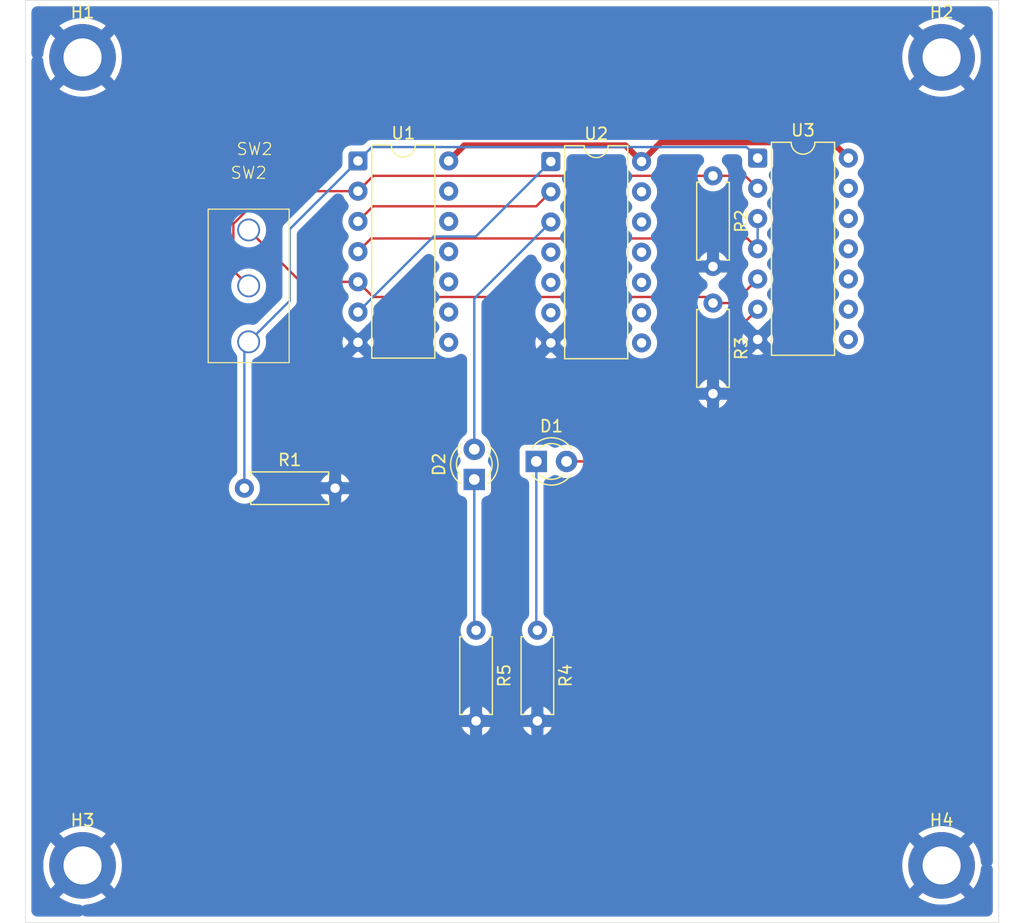
<source format=kicad_pcb>
(kicad_pcb (version 20241229) (generator "pcbnew") (generator_version "9.0")
  (layers (0 "F.Cu" signal) (2 "B.Cu" signal) (13 "F.Paste" user) (15 "B.Paste" user) (5 "F.SilkS" user "F.Silkscreen") (7 "B.SilkS" user "B.Silkscreen") (1 "F.Mask" user) (3 "B.Mask" user) (25 "Edge.Cuts" user))
  (net 0 "")
  (net 1 "Net-(D1-A)")
  (net 2 "Net-(D1-K)")
  (net 3 "Net-(D2-K)")
  (net 4 "Net-(D2-A)")
  (net 5 "GND")
  (net 6 "VCC")
  (net 7 "Net-(SW2-2)")
  (net 8 "Net-(R3-Pad1)")
  (net 13 "Net-(U1-Pad3)")
  (net 14 "Net-(U1-Pad6)")
  (net 15 "Net-(U1-Pad4)")
  (net 17 "+5V")
  (footprint "Package_DIP:DIP-14_W7.62mm" (layer "F.Cu") (at 158.38 81.3)
    (property "Reference" "U2" (at 3.81 -2.33 0) (layer "F.SilkS"))
    (property "Value" "74LS32")
    (fp_line (start 1.16 -1.33) (end 1.16 16.57) (stroke (width 0.12)) (layer "F.SilkS"))
    (fp_line (start 1.16 16.57) (end 6.46 16.57) (stroke (width 0.12)) (layer "F.SilkS"))
    (fp_line (start 2.81 -1.33) (end 1.16 -1.33) (stroke (width 0.12)) (layer "F.SilkS"))
    (fp_line (start 6.46 -1.33) (end 4.81 -1.33) (stroke (width 0.12)) (layer "F.SilkS"))
    (fp_line (start 6.46 16.57) (end 6.46 -1.33) (stroke (width 0.12)) (layer "F.SilkS"))
    (fp_arc (start 4.81 -1.33) (mid 3.81 -0.33) (end 2.81 -1.33) (stroke (width 0.12)) (layer "F.SilkS"))
    (pad "1" thru_hole roundrect (at 0 0) (size 1.6 1.6) (drill 0.8) (layers "*.Cu" "*.Mask") (roundrect_rratio 0.15625) (net 14 "Net-(U1-Pad6)"))
    (pad "2" thru_hole circle (at 0 2.54) (size 1.6 1.6) (drill 0.8) (layers "*.Cu" "*.Mask") (net 13 "Net-(U1-Pad3)"))
    (pad "3" thru_hole circle (at 0 5.08) (size 1.6 1.6) (drill 0.8) (layers "*.Cu" "*.Mask") (net 4 "Net-(D2-A)"))
    (pad "4" thru_hole circle (at 0 7.62) (size 1.6 1.6) (drill 0.8) (layers "*.Cu" "*.Mask"))
    (pad "5" thru_hole circle (at 0 10.16) (size 1.6 1.6) (drill 0.8) (layers "*.Cu" "*.Mask"))
    (pad "6" thru_hole circle (at 0 12.7) (size 1.6 1.6) (drill 0.8) (layers "*.Cu" "*.Mask"))
    (pad "7" thru_hole circle (at 0 15.24) (size 1.6 1.6) (drill 0.8) (layers "*.Cu" "*.Mask") (net 5 "GND"))
    (pad "8" thru_hole circle (at 7.62 15.24) (size 1.6 1.6) (drill 0.8) (layers "*.Cu" "*.Mask"))
    (pad "9" thru_hole circle (at 7.62 12.7) (size 1.6 1.6) (drill 0.8) (layers "*.Cu" "*.Mask"))
    (pad "10" thru_hole circle (at 7.62 10.16) (size 1.6 1.6) (drill 0.8) (layers "*.Cu" "*.Mask"))
    (pad "11" thru_hole circle (at 7.62 7.62) (size 1.6 1.6) (drill 0.8) (layers "*.Cu" "*.Mask"))
    (pad "12" thru_hole circle (at 7.62 5.08) (size 1.6 1.6) (drill 0.8) (layers "*.Cu" "*.Mask"))
    (pad "13" thru_hole circle (at 7.62 2.54) (size 1.6 1.6) (drill 0.8) (layers "*.Cu" "*.Mask"))
    (pad "14" thru_hole circle (at 7.62 0) (size 1.6 1.6) (drill 0.8) (layers "*.Cu" "*.Mask") (net 17 "+5V"))
  )
  (footprint "Resistor_THT:R_Axial_DIN0207_L6.3mm_D2.5mm_P7.62mm_Horizontal" (layer "F.Cu") (at 157.25 120.69 -90)
    (property "Reference" "R4" (at 3.81 -2.37 90) (layer "F.SilkS"))
    (property "Value" "100")
    (fp_line (start 0.54 1.37) (end 7.08 1.37) (stroke (width 0.12)) (layer "F.SilkS"))
    (fp_line (start 7.08 1.37) (end 7.08 1.04) (stroke (width 0.12)) (layer "F.SilkS"))
    (fp_line (start 0.54 1.04) (end 0.54 1.37) (stroke (width 0.12)) (layer "F.SilkS"))
    (fp_line (start 0.54 -1.04) (end 0.54 -1.37) (stroke (width 0.12)) (layer "F.SilkS"))
    (fp_line (start 0.54 -1.37) (end 7.08 -1.37) (stroke (width 0.12)) (layer "F.SilkS"))
    (fp_line (start 7.08 -1.37) (end 7.08 -1.04) (stroke (width 0.12)) (layer "F.SilkS"))
    (pad "1" thru_hole circle (at 0 0 270) (size 1.6 1.6) (drill 0.8) (layers "*.Cu" "*.Mask") (net 2 "Net-(D1-K)"))
    (pad "2" thru_hole oval (at 7.62 0 270) (size 1.6 1.6) (drill 0.8) (layers "*.Cu" "*.Mask") (net 5 "GND"))
  )
  (footprint "MyLibrary:MSG12ANG03" (layer "F.Cu") (at 133 87.05)
    (property "Reference" "SW2" (at 0.5 -6.8 0) (layer "F.SilkS") (effects (font (thickness 0.1))))
    (property "Value" "~")
    (fp_line (start -3.4 -1.75) (end -3.3 -1.75) (stroke (width 0.1)) (layer "F.SilkS"))
    (fp_line (start -3.4 -1.65) (end -3.4 -1.75) (stroke (width 0.1)) (layer "F.SilkS"))
    (fp_line (start -3.4 4.7) (end -3.4 -1.65) (stroke (width 0.1)) (layer "F.SilkS"))
    (fp_line (start -3.4 4.7) (end -3.4 11.05) (stroke (width 0.1)) (layer "F.SilkS"))
    (fp_line (start -3.4 11.05) (end -3.4 11.15) (stroke (width 0.1)) (layer "F.SilkS"))
    (fp_line (start -3.4 11.15) (end 3.4 11.15) (stroke (width 0.1)) (layer "F.SilkS"))
    (fp_line (start 3.3 -1.75) (end -3.3 -1.75) (stroke (width 0.1)) (layer "F.SilkS"))
    (fp_line (start 3.3 -1.75) (end 3.4 -1.75) (stroke (width 0.1)) (layer "F.SilkS"))
    (fp_line (start 3.4 -1.65) (end 3.4 -1.75) (stroke (width 0.1)) (layer "F.SilkS"))
    (fp_line (start 3.4 -1.65) (end 3.4 4.7) (stroke (width 0.1)) (layer "F.SilkS"))
    (fp_line (start 3.4 4.7) (end 3.4 11.05) (stroke (width 0.1)) (layer "F.SilkS"))
    (fp_line (start 3.4 11.15) (end 3.4 11.05) (stroke (width 0.1)) (layer "F.SilkS"))
    (fp_text user "${REFERENCE}" (at 0 -4.8 0) (layer "F.SilkS") (effects (font (thickness 0.1))))
    (pad "1" thru_hole circle (at 0 9.4) (size 1.92 1.92) (drill 1.62) (layers "*.Cu" "*.Mask") (net 6 "VCC"))
    (pad "2" thru_hole circle (at 0 4.7) (size 1.92 1.92) (drill 1.62) (layers "*.Cu" "*.Mask") (net 7 "Net-(SW2-2)"))
    (pad "3" thru_hole circle (at 0 0) (size 1.92 1.92) (drill 1.62) (layers "*.Cu" "*.Mask") (net 8 "Net-(R3-Pad1)"))
  )
  (footprint "MountingHole:MountingHole_3.2mm_M3_DIN965_Pad" (layer "F.Cu") (at 191.2 72.55)
    (property "Reference" "H2" (at 0 -3.8 0) (layer "F.SilkS"))
    (property "Value" "MountingHole_Pad")
    (pad "1" thru_hole circle (at 0 0) (size 5.6 5.6) (drill 3.2) (layers "*.Cu" "*.Mask") (net 5 "GND"))
  )
  (footprint "LED_THT:LED_D3.0mm" (layer "F.Cu") (at 151.95 108.02 90)
    (property "Reference" "D2" (at 1.27 -2.96 90) (layer "F.SilkS"))
    (property "Value" "LED")
    (fp_line (start -0.29 -1.236) (end -0.29 -1.08) (stroke (width 0.12)) (layer "F.SilkS"))
    (fp_line (start -0.29 1.08) (end -0.29 1.236) (stroke (width 0.12)) (layer "F.SilkS"))
    (fp_arc (start -0.29 -1.235516) (mid 1.365624 -1.987701) (end 2.941397 -1.080061) (stroke (width 0.12)) (layer "F.SilkS"))
    (fp_arc (start 0.229039 -1.08) (mid 1.269964 -1.5) (end 2.31091 -1.080049) (stroke (width 0.12)) (layer "F.SilkS"))
    (fp_arc (start 2.31091 1.080049) (mid 1.269964 1.5) (end 0.229039 1.08) (stroke (width 0.12)) (layer "F.SilkS"))
    (fp_arc (start 2.941397 1.080061) (mid 1.365624 1.987701) (end -0.29 1.235516) (stroke (width 0.12)) (layer "F.SilkS"))
    (pad "1" thru_hole rect (at 0 0 90) (size 1.8 1.8) (drill 0.9) (layers "*.Cu" "*.Mask") (net 3 "Net-(D2-K)"))
    (pad "2" thru_hole circle (at 2.54 0 90) (size 1.8 1.8) (drill 0.9) (layers "*.Cu" "*.Mask") (net 4 "Net-(D2-A)"))
  )
  (footprint "Package_DIP:DIP-14_W7.62mm" (layer "F.Cu") (at 175.75 81.01)
    (property "Reference" "U3" (at 3.81 -2.33 0) (layer "F.SilkS"))
    (property "Value" "74LS86")
    (fp_line (start 1.16 -1.33) (end 1.16 16.57) (stroke (width 0.12)) (layer "F.SilkS"))
    (fp_line (start 1.16 16.57) (end 6.46 16.57) (stroke (width 0.12)) (layer "F.SilkS"))
    (fp_line (start 2.81 -1.33) (end 1.16 -1.33) (stroke (width 0.12)) (layer "F.SilkS"))
    (fp_line (start 6.46 -1.33) (end 4.81 -1.33) (stroke (width 0.12)) (layer "F.SilkS"))
    (fp_line (start 6.46 16.57) (end 6.46 -1.33) (stroke (width 0.12)) (layer "F.SilkS"))
    (fp_arc (start 4.81 -1.33) (mid 3.81 -0.33) (end 2.81 -1.33) (stroke (width 0.12)) (layer "F.SilkS"))
    (pad "1" thru_hole roundrect (at 0 0) (size 1.6 1.6) (drill 0.8) (layers "*.Cu" "*.Mask") (roundrect_rratio 0.15625) (net 6 "VCC"))
    (pad "2" thru_hole circle (at 0 2.54) (size 1.6 1.6) (drill 0.8) (layers "*.Cu" "*.Mask") (net 7 "Net-(SW2-2)"))
    (pad "3" thru_hole circle (at 0 5.08) (size 1.6 1.6) (drill 0.8) (layers "*.Cu" "*.Mask") (net 15 "Net-(U1-Pad4)"))
    (pad "4" thru_hole circle (at 0 7.62) (size 1.6 1.6) (drill 0.8) (layers "*.Cu" "*.Mask") (net 15 "Net-(U1-Pad4)"))
    (pad "5" thru_hole circle (at 0 10.16) (size 1.6 1.6) (drill 0.8) (layers "*.Cu" "*.Mask") (net 8 "Net-(R3-Pad1)"))
    (pad "6" thru_hole circle (at 0 12.7) (size 1.6 1.6) (drill 0.8) (layers "*.Cu" "*.Mask") (net 1 "Net-(D1-A)"))
    (pad "7" thru_hole circle (at 0 15.24) (size 1.6 1.6) (drill 0.8) (layers "*.Cu" "*.Mask") (net 5 "GND"))
    (pad "8" thru_hole circle (at 7.62 15.24) (size 1.6 1.6) (drill 0.8) (layers "*.Cu" "*.Mask"))
    (pad "9" thru_hole circle (at 7.62 12.7) (size 1.6 1.6) (drill 0.8) (layers "*.Cu" "*.Mask"))
    (pad "10" thru_hole circle (at 7.62 10.16) (size 1.6 1.6) (drill 0.8) (layers "*.Cu" "*.Mask"))
    (pad "11" thru_hole circle (at 7.62 7.62) (size 1.6 1.6) (drill 0.8) (layers "*.Cu" "*.Mask"))
    (pad "12" thru_hole circle (at 7.62 5.08) (size 1.6 1.6) (drill 0.8) (layers "*.Cu" "*.Mask"))
    (pad "13" thru_hole circle (at 7.62 2.54) (size 1.6 1.6) (drill 0.8) (layers "*.Cu" "*.Mask"))
    (pad "14" thru_hole circle (at 7.62 0) (size 1.6 1.6) (drill 0.8) (layers "*.Cu" "*.Mask") (net 17 "+5V"))
  )
  (footprint "Resistor_THT:R_Axial_DIN0207_L6.3mm_D2.5mm_P7.62mm_Horizontal" (layer "F.Cu") (at 172 93.19 -90)
    (property "Reference" "R3" (at 3.81 -2.37 90) (layer "F.SilkS"))
    (property "Value" "100")
    (fp_line (start 0.54 1.37) (end 7.08 1.37) (stroke (width 0.12)) (layer "F.SilkS"))
    (fp_line (start 7.08 1.37) (end 7.08 1.04) (stroke (width 0.12)) (layer "F.SilkS"))
    (fp_line (start 0.54 1.04) (end 0.54 1.37) (stroke (width 0.12)) (layer "F.SilkS"))
    (fp_line (start 0.54 -1.04) (end 0.54 -1.37) (stroke (width 0.12)) (layer "F.SilkS"))
    (fp_line (start 0.54 -1.37) (end 7.08 -1.37) (stroke (width 0.12)) (layer "F.SilkS"))
    (fp_line (start 7.08 -1.37) (end 7.08 -1.04) (stroke (width 0.12)) (layer "F.SilkS"))
    (pad "1" thru_hole circle (at 0 0 270) (size 1.6 1.6) (drill 0.8) (layers "*.Cu" "*.Mask") (net 8 "Net-(R3-Pad1)"))
    (pad "2" thru_hole oval (at 7.62 0 270) (size 1.6 1.6) (drill 0.8) (layers "*.Cu" "*.Mask") (net 5 "GND"))
  )
  (footprint "MountingHole:MountingHole_3.2mm_M3_DIN965_Pad" (layer "F.Cu") (at 119.05 72.55)
    (property "Reference" "H1" (at 0 -3.8 0) (layer "F.SilkS"))
    (property "Value" "MountingHole_Pad")
    (pad "1" thru_hole circle (at 0 0) (size 5.6 5.6) (drill 3.2) (layers "*.Cu" "*.Mask") (net 5 "GND"))
  )
  (footprint "Resistor_THT:R_Axial_DIN0207_L6.3mm_D2.5mm_P7.62mm_Horizontal" (layer "F.Cu") (at 172 82.5 -90)
    (property "Reference" "R2" (at 3.81 -2.37 90) (layer "F.SilkS"))
    (property "Value" "100")
    (fp_line (start 0.54 1.37) (end 7.08 1.37) (stroke (width 0.12)) (layer "F.SilkS"))
    (fp_line (start 7.08 1.37) (end 7.08 1.04) (stroke (width 0.12)) (layer "F.SilkS"))
    (fp_line (start 0.54 1.04) (end 0.54 1.37) (stroke (width 0.12)) (layer "F.SilkS"))
    (fp_line (start 0.54 -1.04) (end 0.54 -1.37) (stroke (width 0.12)) (layer "F.SilkS"))
    (fp_line (start 0.54 -1.37) (end 7.08 -1.37) (stroke (width 0.12)) (layer "F.SilkS"))
    (fp_line (start 7.08 -1.37) (end 7.08 -1.04) (stroke (width 0.12)) (layer "F.SilkS"))
    (pad "1" thru_hole circle (at 0 0 270) (size 1.6 1.6) (drill 0.8) (layers "*.Cu" "*.Mask") (net 7 "Net-(SW2-2)"))
    (pad "2" thru_hole oval (at 7.62 0 270) (size 1.6 1.6) (drill 0.8) (layers "*.Cu" "*.Mask") (net 5 "GND"))
  )
  (footprint "LED_THT:LED_D3.0mm" (layer "F.Cu") (at 157.16 106.5)
    (property "Reference" "D1" (at 1.27 -2.96 0) (layer "F.SilkS"))
    (property "Value" "LED")
    (fp_line (start -0.29 -1.236) (end -0.29 -1.08) (stroke (width 0.12)) (layer "F.SilkS"))
    (fp_line (start -0.29 1.08) (end -0.29 1.236) (stroke (width 0.12)) (layer "F.SilkS"))
    (fp_arc (start -0.29 -1.235516) (mid 1.365624 -1.987701) (end 2.941397 -1.080061) (stroke (width 0.12)) (layer "F.SilkS"))
    (fp_arc (start 0.229039 -1.08) (mid 1.269964 -1.5) (end 2.31091 -1.080049) (stroke (width 0.12)) (layer "F.SilkS"))
    (fp_arc (start 2.31091 1.080049) (mid 1.269964 1.5) (end 0.229039 1.08) (stroke (width 0.12)) (layer "F.SilkS"))
    (fp_arc (start 2.941397 1.080061) (mid 1.365624 1.987701) (end -0.29 1.235516) (stroke (width 0.12)) (layer "F.SilkS"))
    (pad "1" thru_hole rect (at 0 0) (size 1.8 1.8) (drill 0.9) (layers "*.Cu" "*.Mask") (net 2 "Net-(D1-K)"))
    (pad "2" thru_hole circle (at 2.54 0) (size 1.8 1.8) (drill 0.9) (layers "*.Cu" "*.Mask") (net 1 "Net-(D1-A)"))
  )
  (footprint "Resistor_THT:R_Axial_DIN0207_L6.3mm_D2.5mm_P7.62mm_Horizontal" (layer "F.Cu") (at 132.64 108.75)
    (property "Reference" "R1" (at 3.81 -2.37 0) (layer "F.SilkS"))
    (property "Value" "100")
    (fp_line (start 0.54 -1.37) (end 7.08 -1.37) (stroke (width 0.12)) (layer "F.SilkS"))
    (fp_line (start 0.54 -1.04) (end 0.54 -1.37) (stroke (width 0.12)) (layer "F.SilkS"))
    (fp_line (start 0.54 1.04) (end 0.54 1.37) (stroke (width 0.12)) (layer "F.SilkS"))
    (fp_line (start 0.54 1.37) (end 7.08 1.37) (stroke (width 0.12)) (layer "F.SilkS"))
    (fp_line (start 7.08 -1.37) (end 7.08 -1.04) (stroke (width 0.12)) (layer "F.SilkS"))
    (fp_line (start 7.08 1.37) (end 7.08 1.04) (stroke (width 0.12)) (layer "F.SilkS"))
    (pad "1" thru_hole circle (at 0 0) (size 1.6 1.6) (drill 0.8) (layers "*.Cu" "*.Mask") (net 6 "VCC"))
    (pad "2" thru_hole oval (at 7.62 0) (size 1.6 1.6) (drill 0.8) (layers "*.Cu" "*.Mask") (net 5 "GND"))
  )
  (footprint "Package_DIP:DIP-14_W7.62mm" (layer "F.Cu") (at 142.18 81.25)
    (property "Reference" "U1" (at 3.81 -2.33 0) (layer "F.SilkS"))
    (property "Value" "74LS08")
    (fp_line (start 1.16 -1.33) (end 1.16 16.57) (stroke (width 0.12)) (layer "F.SilkS"))
    (fp_line (start 1.16 16.57) (end 6.46 16.57) (stroke (width 0.12)) (layer "F.SilkS"))
    (fp_line (start 2.81 -1.33) (end 1.16 -1.33) (stroke (width 0.12)) (layer "F.SilkS"))
    (fp_line (start 6.46 -1.33) (end 4.81 -1.33) (stroke (width 0.12)) (layer "F.SilkS"))
    (fp_line (start 6.46 16.57) (end 6.46 -1.33) (stroke (width 0.12)) (layer "F.SilkS"))
    (fp_arc (start 4.81 -1.33) (mid 3.81 -0.33) (end 2.81 -1.33) (stroke (width 0.12)) (layer "F.SilkS"))
    (pad "1" thru_hole roundrect (at 0 0) (size 1.6 1.6) (drill 0.8) (layers "*.Cu" "*.Mask") (roundrect_rratio 0.15625) (net 6 "VCC"))
    (pad "2" thru_hole circle (at 0 2.54) (size 1.6 1.6) (drill 0.8) (layers "*.Cu" "*.Mask") (net 7 "Net-(SW2-2)"))
    (pad "3" thru_hole circle (at 0 5.08) (size 1.6 1.6) (drill 0.8) (layers "*.Cu" "*.Mask") (net 13 "Net-(U1-Pad3)"))
    (pad "4" thru_hole circle (at 0 7.62) (size 1.6 1.6) (drill 0.8) (layers "*.Cu" "*.Mask") (net 15 "Net-(U1-Pad4)"))
    (pad "5" thru_hole circle (at 0 10.16) (size 1.6 1.6) (drill 0.8) (layers "*.Cu" "*.Mask") (net 8 "Net-(R3-Pad1)"))
    (pad "6" thru_hole circle (at 0 12.7) (size 1.6 1.6) (drill 0.8) (layers "*.Cu" "*.Mask") (net 14 "Net-(U1-Pad6)"))
    (pad "7" thru_hole circle (at 0 15.24) (size 1.6 1.6) (drill 0.8) (layers "*.Cu" "*.Mask") (net 5 "GND"))
    (pad "8" thru_hole circle (at 7.62 15.24) (size 1.6 1.6) (drill 0.8) (layers "*.Cu" "*.Mask"))
    (pad "9" thru_hole circle (at 7.62 12.7) (size 1.6 1.6) (drill 0.8) (layers "*.Cu" "*.Mask"))
    (pad "10" thru_hole circle (at 7.62 10.16) (size 1.6 1.6) (drill 0.8) (layers "*.Cu" "*.Mask"))
    (pad "11" thru_hole circle (at 7.62 7.62) (size 1.6 1.6) (drill 0.8) (layers "*.Cu" "*.Mask"))
    (pad "12" thru_hole circle (at 7.62 5.08) (size 1.6 1.6) (drill 0.8) (layers "*.Cu" "*.Mask"))
    (pad "13" thru_hole circle (at 7.62 2.54) (size 1.6 1.6) (drill 0.8) (layers "*.Cu" "*.Mask"))
    (pad "14" thru_hole circle (at 7.62 0) (size 1.6 1.6) (drill 0.8) (layers "*.Cu" "*.Mask") (net 17 "+5V"))
  )
  (footprint "MountingHole:MountingHole_3.2mm_M3_DIN965_Pad" (layer "F.Cu") (at 191.2 140.45)
    (property "Reference" "H4" (at 0 -3.8 0) (layer "F.SilkS"))
    (property "Value" "MountingHole_Pad")
    (pad "1" thru_hole circle (at 0 0) (size 5.6 5.6) (drill 3.2) (layers "*.Cu" "*.Mask") (net 5 "GND"))
  )
  (footprint "Resistor_THT:R_Axial_DIN0207_L6.3mm_D2.5mm_P7.62mm_Horizontal" (layer "F.Cu") (at 152.1 120.69 -90)
    (property "Reference" "R5" (at 3.81 -2.37 90) (layer "F.SilkS"))
    (property "Value" "100")
    (fp_line (start 0.54 1.37) (end 7.08 1.37) (stroke (width 0.12)) (layer "F.SilkS"))
    (fp_line (start 7.08 1.37) (end 7.08 1.04) (stroke (width 0.12)) (layer "F.SilkS"))
    (fp_line (start 0.54 1.04) (end 0.54 1.37) (stroke (width 0.12)) (layer "F.SilkS"))
    (fp_line (start 0.54 -1.04) (end 0.54 -1.37) (stroke (width 0.12)) (layer "F.SilkS"))
    (fp_line (start 0.54 -1.37) (end 7.08 -1.37) (stroke (width 0.12)) (layer "F.SilkS"))
    (fp_line (start 7.08 -1.37) (end 7.08 -1.04) (stroke (width 0.12)) (layer "F.SilkS"))
    (pad "1" thru_hole circle (at 0 0 270) (size 1.6 1.6) (drill 0.8) (layers "*.Cu" "*.Mask") (net 3 "Net-(D2-K)"))
    (pad "2" thru_hole oval (at 7.62 0 270) (size 1.6 1.6) (drill 0.8) (layers "*.Cu" "*.Mask") (net 5 "GND"))
  )
  (footprint "MountingHole:MountingHole_3.2mm_M3_DIN965_Pad" (layer "F.Cu") (at 119.05 140.45)
    (property "Reference" "H3" (at 0 -3.8 0) (layer "F.SilkS"))
    (property "Value" "MountingHole_Pad")
    (pad "1" thru_hole circle (at 0 0) (size 5.6 5.6) (drill 3.2) (layers "*.Cu" "*.Mask") (net 5 "GND"))
  )
  (gr_rect (start 114.25 67.75) (end 196 145.25) (stroke (width 0.05)) (fill no) (layer "Edge.Cuts"))
  (segment (start 175.75 93.71) (end 162.96 106.5) (width 0.2) (layer "F.Cu") (net 1))
  (segment (start 162.96 106.5) (end 159.7 106.5) (width 0.2) (layer "F.Cu") (net 1))
  (segment (start 157.25 120.69) (end 157.16 120.6) (width 0.2) (layer "B.Cu") (net 2))
  (segment (start 157.16 120.6) (end 157.16 106.5) (width 0.2) (layer "B.Cu") (net 2))
  (segment (start 152.1 120.69) (end 151.95 120.54) (width 0.2) (layer "B.Cu") (net 3))
  (segment (start 151.95 120.54) (end 151.95 108.02) (width 0.2) (layer "B.Cu") (net 3))
  (segment (start 151.95 105.48) (end 151.95 92.81) (width 0.2) (layer "B.Cu") (net 4))
  (segment (start 151.95 92.81) (end 158.38 86.38) (width 0.2) (layer "B.Cu") (net 4))
  (segment (start 132.64 96.81) (end 133 96.45) (width 0.2) (layer "B.Cu") (net 6))
  (segment (start 174.8223 80.0823) (end 175.75 81.01) (width 0.2) (layer "B.Cu") (net 6))
  (segment (start 136.4398 93.0102) (end 136.4398 86.9902) (width 0.2) (layer "B.Cu") (net 6))
  (segment (start 136.4398 86.9902) (end 142.18 81.25) (width 0.2) (layer "B.Cu") (net 6))
  (segment (start 142.18 81.25) (end 143.3477 80.0823) (width 0.2) (layer "B.Cu") (net 6))
  (segment (start 143.3477 80.0823) (end 174.8223 80.0823) (width 0.2) (layer "B.Cu") (net 6))
  (segment (start 133 96.45) (end 136.4398 93.0102) (width 0.2) (layer "B.Cu") (net 6))
  (segment (start 132.64 108.75) (end 132.64 96.81) (width 0.2) (layer "B.Cu") (net 6))
  (segment (start 172 82.5) (end 143.47 82.5) (width 0.2) (layer "F.Cu") (net 7))
  (segment (start 131.7147 86.5369) (end 131.7147 90.4647) (width 0.2) (layer "F.Cu") (net 7))
  (segment (start 134.4616 83.79) (end 131.7147 86.5369) (width 0.2) (layer "F.Cu") (net 7))
  (segment (start 143.47 82.5) (end 142.18 83.79) (width 0.2) (layer "F.Cu") (net 7))
  (segment (start 142.18 83.79) (end 134.4616 83.79) (width 0.2) (layer "F.Cu") (net 7))
  (segment (start 131.7147 90.4647) (end 133 91.75) (width 0.2) (layer "F.Cu") (net 7))
  (segment (start 174.7 82.5) (end 172 82.5) (width 0.2) (layer "F.Cu") (net 7))
  (segment (start 175.75 83.55) (end 174.7 82.5) (width 0.2) (layer "F.Cu") (net 7))
  (segment (start 137.36 91.41) (end 142.18 91.41) (width 0.2) (layer "F.Cu") (net 8))
  (segment (start 143.45 92.68) (end 142.18 91.41) (width 0.2) (layer "F.Cu") (net 8))
  (segment (start 171.49 92.68) (end 143.45 92.68) (width 0.2) (layer "F.Cu") (net 8))
  (segment (start 133 87.05) (end 137.36 91.41) (width 0.2) (layer "F.Cu") (net 8))
  (segment (start 173.73 93.19) (end 172 93.19) (width 0.2) (layer "F.Cu") (net 8))
  (segment (start 175.75 91.17) (end 173.73 93.19) (width 0.2) (layer "F.Cu") (net 8))
  (segment (start 172 93.19) (end 171.49 92.68) (width 0.2) (layer "F.Cu") (net 8))
  (segment (start 142.18 86.33) (end 143.45 85.06) (width 0.2) (layer "F.Cu") (net 13))
  (segment (start 157.16 85.06) (end 158.38 83.84) (width 0.2) (layer "F.Cu") (net 13))
  (segment (start 143.45 85.06) (end 157.16 85.06) (width 0.2) (layer "F.Cu") (net 13))
  (segment (start 158.38 81.3) (end 152.08 87.6) (width 0.2) (layer "B.Cu") (net 14))
  (segment (start 152.08 87.6) (end 148.53 87.6) (width 0.2) (layer "B.Cu") (net 14))
  (segment (start 148.53 87.6) (end 142.18 93.95) (width 0.2) (layer "B.Cu") (net 14))
  (segment (start 143.2868 87.7632) (end 174.8832 87.7632) (width 0.2) (layer "F.Cu") (net 15))
  (segment (start 142.18 88.87) (end 143.2868 87.7632) (width 0.2) (layer "F.Cu") (net 15))
  (segment (start 174.8832 87.7632) (end 175.75 88.63) (width 0.2) (layer "F.Cu") (net 15))
  (segment (start 175.75 88.63) (end 175.75 86.09) (width 0.2) (layer "B.Cu") (net 15))
  (segment (start 151.1084 79.9416) (end 164.6416 79.9416) (width 0.508) (layer "F.Cu") (net 17))
  (segment (start 167.6178 79.6822) (end 182.0422 79.6822) (width 0.508) (layer "F.Cu") (net 17))
  (segment (start 149.8 81.25) (end 151.1084 79.9416) (width 0.508) (layer "F.Cu") (net 17))
  (segment (start 164.6416 79.9416) (end 166 81.3) (width 0.508) (layer "F.Cu") (net 17))
  (segment (start 166 81.3) (end 167.6178 79.6822) (width 0.508) (layer "F.Cu") (net 17))
  (segment (start 182.0422 79.6822) (end 183.37 81.01) (width 0.508) (layer "F.Cu") (net 17))
  (zone (net 5) (net_name "GND") (layer "B.Cu") (connect_pads (clearance 0.5)) (min_thickness 1.016) (fill yes (thermal_gap 0.5) (thermal_bridge_width 1.016))
    (polygon (pts (xy 196 67.75) (xy 114.25 67.75) (xy 114.25 145.25) (xy 196 145.25)))
  )
)
</source>
